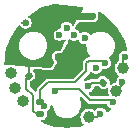
<source format=gbr>
%TF.GenerationSoftware,KiCad,Pcbnew,8.0.5-8.0.5-0~ubuntu24.04.1*%
%TF.CreationDate,2024-09-15T15:23:13-06:00*%
%TF.ProjectId,DRV8311 on motor driver,44525638-3331-4312-906f-6e206d6f746f,rev?*%
%TF.SameCoordinates,Original*%
%TF.FileFunction,Copper,L4,Bot*%
%TF.FilePolarity,Positive*%
%FSLAX46Y46*%
G04 Gerber Fmt 4.6, Leading zero omitted, Abs format (unit mm)*
G04 Created by KiCad (PCBNEW 8.0.5-8.0.5-0~ubuntu24.04.1) date 2024-09-15 15:23:13*
%MOMM*%
%LPD*%
G01*
G04 APERTURE LIST*
G04 Aperture macros list*
%AMRoundRect*
0 Rectangle with rounded corners*
0 $1 Rounding radius*
0 $2 $3 $4 $5 $6 $7 $8 $9 X,Y pos of 4 corners*
0 Add a 4 corners polygon primitive as box body*
4,1,4,$2,$3,$4,$5,$6,$7,$8,$9,$2,$3,0*
0 Add four circle primitives for the rounded corners*
1,1,$1+$1,$2,$3*
1,1,$1+$1,$4,$5*
1,1,$1+$1,$6,$7*
1,1,$1+$1,$8,$9*
0 Add four rect primitives between the rounded corners*
20,1,$1+$1,$2,$3,$4,$5,0*
20,1,$1+$1,$4,$5,$6,$7,0*
20,1,$1+$1,$6,$7,$8,$9,0*
20,1,$1+$1,$8,$9,$2,$3,0*%
G04 Aperture macros list end*
%TA.AperFunction,ComponentPad*%
%ADD10O,1.000000X1.000000*%
%TD*%
%TA.AperFunction,ComponentPad*%
%ADD11C,0.600000*%
%TD*%
%TA.AperFunction,SMDPad,CuDef*%
%ADD12RoundRect,0.135000X-0.185000X0.135000X-0.185000X-0.135000X0.185000X-0.135000X0.185000X0.135000X0*%
%TD*%
%TA.AperFunction,SMDPad,CuDef*%
%ADD13RoundRect,0.140000X-0.077224X0.206244X-0.217224X-0.036244X0.077224X-0.206244X0.217224X0.036244X0*%
%TD*%
%TA.AperFunction,SMDPad,CuDef*%
%ADD14C,1.000000*%
%TD*%
%TA.AperFunction,SMDPad,CuDef*%
%ADD15RoundRect,0.140000X-0.170000X0.140000X-0.170000X-0.140000X0.170000X-0.140000X0.170000X0.140000X0*%
%TD*%
%TA.AperFunction,SMDPad,CuDef*%
%ADD16RoundRect,0.140000X-0.217224X0.036244X-0.077224X-0.206244X0.217224X-0.036244X0.077224X0.206244X0*%
%TD*%
%TA.AperFunction,SMDPad,CuDef*%
%ADD17C,2.000000*%
%TD*%
%TA.AperFunction,ViaPad*%
%ADD18C,0.600000*%
%TD*%
%TA.AperFunction,Conductor*%
%ADD19C,0.200000*%
%TD*%
%TA.AperFunction,Conductor*%
%ADD20C,0.600000*%
%TD*%
G04 APERTURE END LIST*
D10*
%TO.P,J3,1,Pin_1*%
%TO.N,Net-(J3-Pin_1)*%
X167600000Y-103450000D03*
%TD*%
D11*
%TO.P,U1,25,PowerPAD*%
%TO.N,GND*%
X171950001Y-99719998D03*
X170549999Y-99719998D03*
X171250000Y-100445399D03*
X171950001Y-101120000D03*
X170549999Y-101120000D03*
%TD*%
D10*
%TO.P,J1,1,Pin_1*%
%TO.N,Net-(J1-Pin_1)*%
X166900000Y-102350000D03*
%TD*%
%TO.P,J2,1,Pin_1*%
%TO.N,Net-(J2-Pin_1)*%
X166600000Y-101100000D03*
%TD*%
D12*
%TO.P,R1,1*%
%TO.N,Net-(U1-SLEEP_N)*%
X169050000Y-103590001D03*
%TO.P,R1,2*%
%TO.N,VDD*%
X169050000Y-104609999D03*
%TD*%
D13*
%TO.P,C7,1*%
%TO.N,GND*%
X174840000Y-101084308D03*
%TO.P,C7,2*%
%TO.N,+3.3V*%
X174360000Y-101915692D03*
%TD*%
D14*
%TO.P,TP3,1,1*%
%TO.N,Net-(U1-SOA)*%
X173150000Y-104850000D03*
%TD*%
D15*
%TO.P,C5,1*%
%TO.N,VDD*%
X173400000Y-96270000D03*
%TO.P,C5,2*%
%TO.N,GND*%
X173400000Y-97230000D03*
%TD*%
D16*
%TO.P,C6,1*%
%TO.N,VDD*%
X168060000Y-101334308D03*
%TO.P,C6,2*%
%TO.N,GND*%
X168540000Y-102165692D03*
%TD*%
D17*
%TO.P,TP1,1,1*%
%TO.N,VDD*%
X169800000Y-96450000D03*
%TD*%
D15*
%TO.P,C4,1*%
%TO.N,VDD*%
X172450000Y-96270000D03*
%TO.P,C4,2*%
%TO.N,GND*%
X172450000Y-97230000D03*
%TD*%
D14*
%TO.P,TP6,1,1*%
%TO.N,Net-(U1-SOC)*%
X176050000Y-100700000D03*
%TD*%
%TO.P,TP4,1,1*%
%TO.N,Net-(U1-SOB)*%
X175500000Y-102650000D03*
%TD*%
D18*
%TO.N,+3.3V*%
X172799751Y-98147108D03*
X173116373Y-102216373D03*
X173769874Y-100675546D03*
%TO.N,GND*%
X167804580Y-96860461D03*
X175850000Y-98850000D03*
X175650000Y-98050000D03*
X174600000Y-96700000D03*
X169705640Y-105174954D03*
X174050000Y-97300000D03*
X173908365Y-102555608D03*
X175050000Y-97400000D03*
%TO.N,VDD*%
X170000000Y-96050000D03*
X169475248Y-96675624D03*
X166650000Y-98850000D03*
X167400000Y-99900000D03*
X166600000Y-99850000D03*
X171319090Y-95950000D03*
%TO.N,Net-(U1-SLEEP_N)*%
X174543328Y-100249977D03*
X169400000Y-103860612D03*
%TO.N,Net-(U1-SOA)*%
X170673748Y-97893002D03*
X174140084Y-104551384D03*
%TO.N,Net-(U1-SOB)*%
X171268000Y-97258800D03*
X175996140Y-101831754D03*
%TO.N,Net-(U1-SOC)*%
X171879907Y-97871564D03*
X176247018Y-99719598D03*
%TO.N,Net-(U1-INHB)*%
X170327877Y-102597695D03*
X175172494Y-103594849D03*
%TD*%
D19*
%TO.N,+3.3V*%
X173116373Y-102216373D02*
X173417054Y-101915692D01*
X173417054Y-101915692D02*
X174360000Y-101915692D01*
%TO.N,GND*%
X175850000Y-98850000D02*
X175850000Y-98946075D01*
X175850000Y-98946075D02*
X175143328Y-99652747D01*
X175143328Y-99652747D02*
X175143328Y-100780980D01*
D20*
X173980000Y-97230000D02*
X174050000Y-97300000D01*
D19*
X169585692Y-101120000D02*
X170549999Y-101120000D01*
X175143328Y-100780980D02*
X174840000Y-101084308D01*
D20*
X172450000Y-97230000D02*
X173980000Y-97230000D01*
D19*
X168540000Y-102165692D02*
X169585692Y-101120000D01*
%TO.N,VDD*%
X168730001Y-104609999D02*
X168430000Y-104309998D01*
X168060000Y-100560000D02*
X168060000Y-101334308D01*
X167400000Y-99900000D02*
X168060000Y-100560000D01*
X168430000Y-104309998D02*
X168430000Y-102980000D01*
X170100000Y-95950000D02*
X169800000Y-96250000D01*
X169800000Y-96250000D02*
X169800000Y-96450000D01*
X167881254Y-102431254D02*
X167881254Y-101513054D01*
X168430000Y-102980000D02*
X167881254Y-102431254D01*
X170000000Y-96650000D02*
X170200000Y-96650000D01*
X169800000Y-96450000D02*
X170000000Y-96650000D01*
X167881254Y-101513054D02*
X168060000Y-101334308D01*
X169050000Y-104609999D02*
X168730001Y-104609999D01*
D20*
X169980000Y-96270000D02*
X169800000Y-96450000D01*
X173400000Y-96270000D02*
X169980000Y-96270000D01*
D19*
%TO.N,Net-(U1-SLEEP_N)*%
X169700000Y-101900000D02*
X172018530Y-101900000D01*
X169400000Y-103860612D02*
X169320611Y-103860612D01*
X174397460Y-100104109D02*
X174150000Y-100104109D01*
X174150000Y-100104109D02*
X174041461Y-100098604D01*
X172018530Y-101900000D02*
X172950000Y-100968530D01*
X169320611Y-103860612D02*
X169050000Y-103590001D01*
X169050000Y-103590001D02*
X169050000Y-102550000D01*
X173183837Y-100066163D02*
X173844033Y-100066163D01*
X172950000Y-100968530D02*
X172950000Y-100300000D01*
X173951758Y-100094055D02*
X174150000Y-100104109D01*
X169050000Y-102550000D02*
X169700000Y-101900000D01*
X174543328Y-100249977D02*
X174397460Y-100104109D01*
X172950000Y-100300000D02*
X173183837Y-100066163D01*
X173844033Y-100066163D02*
X173951758Y-100094055D01*
%TO.N,Net-(U1-SOA)*%
X174140084Y-104551384D02*
X173841468Y-104850000D01*
X174140084Y-104551384D02*
X174140084Y-104509916D01*
X173841468Y-104850000D02*
X173150000Y-104850000D01*
X174140084Y-104509916D02*
X174150000Y-104500000D01*
%TO.N,Net-(U1-SOB)*%
X175996140Y-102153860D02*
X175500000Y-102650000D01*
X175996140Y-101831754D02*
X175996140Y-102153860D01*
%TO.N,Net-(U1-SOC)*%
X176050000Y-99916616D02*
X176050000Y-100700000D01*
X176247018Y-99719598D02*
X176050000Y-99916616D01*
%TO.N,Net-(U1-INHB)*%
X174977645Y-103400000D02*
X175172494Y-103594849D01*
X173250000Y-103400000D02*
X174977645Y-103400000D01*
X172292528Y-102442528D02*
X173250000Y-103400000D01*
X170483044Y-102442528D02*
X172292528Y-102442528D01*
X170327877Y-102597695D02*
X170483044Y-102442528D01*
%TD*%
%TA.AperFunction,Conductor*%
%TO.N,GND*%
G36*
X172550915Y-103146814D02*
G01*
X172576386Y-103165500D01*
X173059349Y-103648462D01*
X173130147Y-103689338D01*
X173130148Y-103689338D01*
X173130151Y-103689340D01*
X173164970Y-103698669D01*
X173209117Y-103710499D01*
X173209122Y-103710500D01*
X173290879Y-103710500D01*
X174597256Y-103710500D01*
X174658386Y-103730362D01*
X174691857Y-103771296D01*
X174738617Y-103873685D01*
X174834750Y-103984627D01*
X174958244Y-104063992D01*
X174958247Y-104063993D01*
X174961755Y-104065595D01*
X174964130Y-104067775D01*
X174964502Y-104068014D01*
X174964460Y-104068078D01*
X175009111Y-104109056D01*
X175021876Y-104172051D01*
X174995177Y-104230519D01*
X174988815Y-104236875D01*
X174790313Y-104418769D01*
X174731825Y-104445423D01*
X174668840Y-104432609D01*
X174625451Y-104385296D01*
X174573961Y-104272548D01*
X174477828Y-104161606D01*
X174354334Y-104082241D01*
X174354333Y-104082240D01*
X174354332Y-104082240D01*
X174213488Y-104040885D01*
X174213485Y-104040884D01*
X174213483Y-104040884D01*
X174066685Y-104040884D01*
X174066683Y-104040884D01*
X174066679Y-104040885D01*
X173925835Y-104082240D01*
X173802340Y-104161605D01*
X173715753Y-104261530D01*
X173660710Y-104294721D01*
X173596671Y-104289219D01*
X173568190Y-104271267D01*
X173565765Y-104269119D01*
X173556574Y-104260976D01*
X173556572Y-104260975D01*
X173556567Y-104260971D01*
X173403801Y-104180793D01*
X173403797Y-104180792D01*
X173236270Y-104139500D01*
X173063730Y-104139500D01*
X172896203Y-104180792D01*
X172896199Y-104180793D01*
X172896198Y-104180793D01*
X172743432Y-104260971D01*
X172743423Y-104260977D01*
X172614280Y-104375388D01*
X172614273Y-104375395D01*
X172528256Y-104500014D01*
X172516263Y-104517389D01*
X172455079Y-104678717D01*
X172434282Y-104850000D01*
X172455079Y-105021283D01*
X172516263Y-105182611D01*
X172537093Y-105212788D01*
X172614273Y-105324604D01*
X172614275Y-105324606D01*
X172614277Y-105324609D01*
X172614279Y-105324611D01*
X172614283Y-105324615D01*
X172681329Y-105384012D01*
X172713915Y-105439415D01*
X172707712Y-105503390D01*
X172665089Y-105551502D01*
X172634875Y-105563392D01*
X172224154Y-105654447D01*
X172215219Y-105656022D01*
X171765864Y-105715180D01*
X171756825Y-105715971D01*
X171304014Y-105735741D01*
X171294942Y-105735741D01*
X170842130Y-105715971D01*
X170833091Y-105715180D01*
X170383736Y-105656022D01*
X170374801Y-105654447D01*
X169932299Y-105556346D01*
X169923536Y-105553998D01*
X169491264Y-105417703D01*
X169482738Y-105414599D01*
X169183334Y-105290582D01*
X169134458Y-105248839D01*
X169119454Y-105186339D01*
X169144051Y-105126956D01*
X169198855Y-105093373D01*
X169223133Y-105090499D01*
X169275483Y-105090499D01*
X169275486Y-105090499D01*
X169275490Y-105090498D01*
X169275496Y-105090498D01*
X169311022Y-105085820D01*
X169325801Y-105083875D01*
X169436228Y-105032382D01*
X169522383Y-104946227D01*
X169573876Y-104835800D01*
X169580500Y-104785485D01*
X169580500Y-104434513D01*
X169579027Y-104423328D01*
X169590738Y-104360131D01*
X169625908Y-104322262D01*
X169737744Y-104250390D01*
X169833877Y-104139448D01*
X169894859Y-104005916D01*
X169905316Y-103933183D01*
X169933675Y-103875505D01*
X169990522Y-103845509D01*
X170054143Y-103854656D01*
X170100238Y-103899452D01*
X170111813Y-103938390D01*
X170114884Y-103971533D01*
X170175769Y-104185523D01*
X170175770Y-104185525D01*
X170175771Y-104185528D01*
X170184399Y-104202855D01*
X170274938Y-104384682D01*
X170274942Y-104384689D01*
X170399401Y-104549500D01*
X170409021Y-104562238D01*
X170409023Y-104562241D01*
X170487762Y-104634020D01*
X170573438Y-104712124D01*
X170762599Y-104829247D01*
X170970060Y-104909618D01*
X171188749Y-104950499D01*
X171188755Y-104950499D01*
X171188757Y-104950500D01*
X171188758Y-104950500D01*
X171411242Y-104950500D01*
X171411243Y-104950500D01*
X171411245Y-104950499D01*
X171411250Y-104950499D01*
X171547431Y-104925041D01*
X171629940Y-104909618D01*
X171837401Y-104829247D01*
X172026562Y-104712124D01*
X172166944Y-104584149D01*
X172190976Y-104562241D01*
X172190976Y-104562239D01*
X172190981Y-104562236D01*
X172325058Y-104384689D01*
X172424229Y-104185528D01*
X172485115Y-103971536D01*
X172505643Y-103750000D01*
X172503823Y-103730362D01*
X172485115Y-103528466D01*
X172485115Y-103528464D01*
X172424229Y-103314472D01*
X172409750Y-103285396D01*
X172400282Y-103221823D01*
X172429989Y-103164825D01*
X172487526Y-103136174D01*
X172550915Y-103146814D01*
G37*
%TD.AperFunction*%
%TA.AperFunction,Conductor*%
G36*
X173940935Y-102240124D02*
G01*
X174290778Y-102442107D01*
X174354747Y-102467577D01*
X174448105Y-102474019D01*
X174471444Y-102475630D01*
X174471444Y-102475629D01*
X174471445Y-102475630D01*
X174584436Y-102445354D01*
X174640388Y-102407688D01*
X174702188Y-102390029D01*
X174762567Y-102412067D01*
X174798461Y-102465387D01*
X174801705Y-102506496D01*
X174784282Y-102650000D01*
X174805079Y-102821283D01*
X174853373Y-102948623D01*
X174856478Y-103012821D01*
X174821254Y-103066586D01*
X174761156Y-103089379D01*
X174756131Y-103089500D01*
X173421691Y-103089500D01*
X173360561Y-103069638D01*
X173348152Y-103059039D01*
X173179375Y-102890262D01*
X173150194Y-102832992D01*
X173160249Y-102769508D01*
X173205699Y-102724058D01*
X173223605Y-102716938D01*
X173330623Y-102685516D01*
X173454117Y-102606151D01*
X173550250Y-102495209D01*
X173611232Y-102361677D01*
X173617886Y-102315390D01*
X173646246Y-102257711D01*
X173703093Y-102227715D01*
X173720828Y-102226192D01*
X173888936Y-102226192D01*
X173940935Y-102240124D01*
G37*
%TD.AperFunction*%
%TA.AperFunction,Conductor*%
G36*
X171568124Y-98278026D02*
G01*
X171665657Y-98340707D01*
X171806508Y-98382064D01*
X171806511Y-98382064D01*
X171953303Y-98382064D01*
X171953306Y-98382064D01*
X172094157Y-98340707D01*
X172173158Y-98289935D01*
X172235320Y-98273596D01*
X172295217Y-98296915D01*
X172323985Y-98334221D01*
X172365874Y-98425944D01*
X172462007Y-98536886D01*
X172585501Y-98616251D01*
X172726352Y-98657608D01*
X172726355Y-98657608D01*
X172843469Y-98657608D01*
X172904599Y-98677470D01*
X172942379Y-98729470D01*
X172947025Y-98771204D01*
X172944357Y-98799996D01*
X172944357Y-98800003D01*
X172964884Y-99021533D01*
X173025769Y-99235523D01*
X173025770Y-99235525D01*
X173025771Y-99235528D01*
X173057118Y-99298480D01*
X173124938Y-99434682D01*
X173124942Y-99434689D01*
X173233112Y-99577930D01*
X173241464Y-99588989D01*
X173262452Y-99649741D01*
X173243723Y-99711228D01*
X173192430Y-99749962D01*
X173158470Y-99755663D01*
X173142954Y-99755663D01*
X173063990Y-99776822D01*
X173063985Y-99776824D01*
X172993184Y-99817702D01*
X172993185Y-99817702D01*
X172701540Y-100109345D01*
X172701538Y-100109347D01*
X172701538Y-100109348D01*
X172688581Y-100131789D01*
X172660660Y-100180150D01*
X172660658Y-100180156D01*
X172645037Y-100238457D01*
X172639500Y-100259118D01*
X172639500Y-100796838D01*
X172619638Y-100857968D01*
X172609039Y-100870377D01*
X171920377Y-101559039D01*
X171863107Y-101588220D01*
X171846838Y-101589500D01*
X169659117Y-101589500D01*
X169580152Y-101610659D01*
X169580147Y-101610661D01*
X169509349Y-101651537D01*
X168801540Y-102359345D01*
X168801538Y-102359347D01*
X168801538Y-102359348D01*
X168800193Y-102361678D01*
X168760660Y-102430150D01*
X168760658Y-102430156D01*
X168746391Y-102483404D01*
X168739500Y-102509118D01*
X168739500Y-102599308D01*
X168719638Y-102660438D01*
X168667638Y-102698218D01*
X168603362Y-102698218D01*
X168561961Y-102672847D01*
X168222215Y-102333101D01*
X168193034Y-102275831D01*
X168191754Y-102259562D01*
X168191754Y-101884664D01*
X168211616Y-101823534D01*
X168243751Y-101794599D01*
X168481278Y-101657463D01*
X168535320Y-101614800D01*
X168600643Y-101517763D01*
X168630919Y-101404772D01*
X168622866Y-101288074D01*
X168597396Y-101224106D01*
X168440221Y-100951871D01*
X168426859Y-100889002D01*
X168453002Y-100830283D01*
X168508666Y-100798146D01*
X168535230Y-100795991D01*
X169911411Y-100861525D01*
X169970956Y-100856055D01*
X170037295Y-100840467D01*
X170067104Y-100831137D01*
X170141798Y-100781632D01*
X170190739Y-100731768D01*
X170214061Y-100700000D01*
X170227027Y-100682338D01*
X170227028Y-100682335D01*
X170227037Y-100682324D01*
X170414399Y-100331445D01*
X170417454Y-100325505D01*
X170420866Y-100318609D01*
X170441021Y-100253713D01*
X170450965Y-100184555D01*
X170453149Y-100151833D01*
X170433685Y-100064362D01*
X170404660Y-100000806D01*
X170404660Y-100000805D01*
X170404659Y-100000804D01*
X170371500Y-99949208D01*
X170317568Y-99886968D01*
X170301567Y-99862071D01*
X170279940Y-99814715D01*
X170271602Y-99786317D01*
X170264195Y-99734792D01*
X170264195Y-99705199D01*
X170271602Y-99653676D01*
X170279939Y-99625280D01*
X170301566Y-99577925D01*
X170317561Y-99553036D01*
X170351659Y-99513685D01*
X170374021Y-99494309D01*
X170417812Y-99466166D01*
X170444734Y-99453871D01*
X170477919Y-99444129D01*
X170494673Y-99439210D01*
X170523970Y-99434998D01*
X170579967Y-99434998D01*
X170603644Y-99437729D01*
X170610565Y-99439347D01*
X170610569Y-99439347D01*
X170610575Y-99439349D01*
X170622846Y-99441503D01*
X170637807Y-99444130D01*
X170722842Y-99442016D01*
X170790974Y-99426528D01*
X170822311Y-99416845D01*
X170897005Y-99367339D01*
X170945946Y-99317474D01*
X170982242Y-99268032D01*
X171371297Y-98539438D01*
X171385988Y-98505032D01*
X171399344Y-98464271D01*
X171401897Y-98455910D01*
X171403897Y-98425943D01*
X171408226Y-98361061D01*
X171410321Y-98361200D01*
X171425497Y-98307636D01*
X171476021Y-98267904D01*
X171540249Y-98265456D01*
X171568124Y-98278026D01*
G37*
%TD.AperFunction*%
%TA.AperFunction,Conductor*%
G36*
X174068975Y-95923226D02*
G01*
X174335316Y-96092904D01*
X174342748Y-96098108D01*
X174702324Y-96374019D01*
X174709272Y-96379848D01*
X174975490Y-96623793D01*
X175043442Y-96686060D01*
X175049856Y-96692474D01*
X175324866Y-96992594D01*
X175356066Y-97026642D01*
X175361898Y-97033593D01*
X175637809Y-97393169D01*
X175643013Y-97400601D01*
X175886541Y-97782862D01*
X175891077Y-97790719D01*
X176100361Y-98192751D01*
X176104195Y-98200974D01*
X176277637Y-98619700D01*
X176280741Y-98628226D01*
X176417036Y-99060498D01*
X176419383Y-99069258D01*
X176422338Y-99082585D01*
X176416180Y-99146565D01*
X176373591Y-99194706D01*
X176320804Y-99209098D01*
X176320417Y-99209098D01*
X176173619Y-99209098D01*
X176173617Y-99209098D01*
X176173613Y-99209099D01*
X176032769Y-99250454D01*
X175909275Y-99329819D01*
X175813140Y-99440763D01*
X175752159Y-99574292D01*
X175752157Y-99574299D01*
X175731268Y-99719594D01*
X175731268Y-99719596D01*
X175731268Y-99719598D01*
X175733452Y-99734788D01*
X175745716Y-99820096D01*
X175743232Y-99861805D01*
X175739523Y-99875651D01*
X175739500Y-99875733D01*
X175739500Y-99997681D01*
X175719638Y-100058811D01*
X175683833Y-100089768D01*
X175643426Y-100110975D01*
X175643423Y-100110977D01*
X175514280Y-100225388D01*
X175514273Y-100225395D01*
X175449933Y-100318609D01*
X175416263Y-100367389D01*
X175355079Y-100528717D01*
X175334282Y-100700000D01*
X175355079Y-100871283D01*
X175416263Y-101032611D01*
X175438844Y-101065325D01*
X175514273Y-101174604D01*
X175514274Y-101174605D01*
X175514277Y-101174609D01*
X175577546Y-101230660D01*
X175648135Y-101293196D01*
X175646492Y-101295049D01*
X175679200Y-101337849D01*
X175680756Y-101402105D01*
X175659695Y-101440477D01*
X175562262Y-101552919D01*
X175501281Y-101686448D01*
X175501279Y-101686455D01*
X175480390Y-101831750D01*
X175480390Y-101839192D01*
X175477505Y-101839192D01*
X175468701Y-101890048D01*
X175422605Y-101934841D01*
X175401613Y-101942486D01*
X175246203Y-101980792D01*
X175246199Y-101980793D01*
X175246198Y-101980793D01*
X175093432Y-102060971D01*
X175088250Y-102064549D01*
X175087480Y-102063433D01*
X175034786Y-102086382D01*
X174972026Y-102072505D01*
X174929408Y-102024390D01*
X174924150Y-101970109D01*
X174922310Y-101969983D01*
X174930919Y-101845228D01*
X174900643Y-101732236D01*
X174835322Y-101635202D01*
X174835321Y-101635201D01*
X174835320Y-101635200D01*
X174781278Y-101592537D01*
X174429222Y-101389277D01*
X174429219Y-101389275D01*
X174429216Y-101389274D01*
X174365254Y-101363807D01*
X174365248Y-101363806D01*
X174248555Y-101355753D01*
X174135563Y-101386029D01*
X174038529Y-101451350D01*
X174038527Y-101451352D01*
X174038527Y-101451353D01*
X173995864Y-101505394D01*
X173995862Y-101505396D01*
X173995859Y-101505401D01*
X173995858Y-101505402D01*
X173968267Y-101553192D01*
X173920501Y-101596201D01*
X173878201Y-101605192D01*
X173376170Y-101605192D01*
X173297206Y-101626351D01*
X173297201Y-101626353D01*
X173226400Y-101667231D01*
X173218220Y-101675412D01*
X173160950Y-101704593D01*
X173144681Y-101705873D01*
X173042974Y-101705873D01*
X173042972Y-101705873D01*
X173042968Y-101705874D01*
X172902123Y-101747229D01*
X172899561Y-101748876D01*
X172897103Y-101749521D01*
X172895358Y-101750319D01*
X172895220Y-101750016D01*
X172837397Y-101765214D01*
X172777501Y-101741893D01*
X172742753Y-101687820D01*
X172746424Y-101623649D01*
X172769798Y-101587845D01*
X172982129Y-101375514D01*
X173198462Y-101159181D01*
X173239340Y-101088379D01*
X173239341Y-101088373D01*
X173241947Y-101082084D01*
X173243639Y-101082784D01*
X173273873Y-101036220D01*
X173333878Y-101013181D01*
X173395965Y-101029812D01*
X173417923Y-101048929D01*
X173432130Y-101065324D01*
X173432131Y-101065325D01*
X173458209Y-101082084D01*
X173555624Y-101144689D01*
X173696475Y-101186046D01*
X173696478Y-101186046D01*
X173843270Y-101186046D01*
X173843273Y-101186046D01*
X173984124Y-101144689D01*
X174107618Y-101065324D01*
X174203751Y-100954382D01*
X174264733Y-100820850D01*
X174264733Y-100820845D01*
X174266828Y-100813714D01*
X174268994Y-100814350D01*
X174292651Y-100766234D01*
X174349497Y-100736238D01*
X174396534Y-100738927D01*
X174443013Y-100752573D01*
X174469929Y-100760477D01*
X174469932Y-100760477D01*
X174616724Y-100760477D01*
X174616727Y-100760477D01*
X174757578Y-100719120D01*
X174881072Y-100639755D01*
X174977205Y-100528813D01*
X175038187Y-100395281D01*
X175042197Y-100367389D01*
X175059078Y-100249980D01*
X175059078Y-100249973D01*
X175038188Y-100104678D01*
X175038186Y-100104671D01*
X175017243Y-100058811D01*
X174977205Y-99971141D01*
X174977204Y-99971140D01*
X174977204Y-99971139D01*
X174898014Y-99879751D01*
X174872993Y-99820546D01*
X174887550Y-99757941D01*
X174906543Y-99734792D01*
X175040981Y-99612236D01*
X175175058Y-99434689D01*
X175274229Y-99235528D01*
X175335115Y-99021536D01*
X175355643Y-98800000D01*
X175335115Y-98578464D01*
X175274229Y-98364472D01*
X175175058Y-98165311D01*
X175040981Y-97987764D01*
X175040978Y-97987761D01*
X175040976Y-97987758D01*
X174876564Y-97837878D01*
X174876562Y-97837876D01*
X174687401Y-97720753D01*
X174687399Y-97720752D01*
X174479939Y-97640381D01*
X174261250Y-97599500D01*
X174261243Y-97599500D01*
X174038757Y-97599500D01*
X174038749Y-97599500D01*
X173820060Y-97640381D01*
X173612600Y-97720752D01*
X173423438Y-97837875D01*
X173381497Y-97876109D01*
X173322940Y-97902613D01*
X173259988Y-97889635D01*
X173232837Y-97867357D01*
X173137496Y-97757330D01*
X173051970Y-97702366D01*
X173014001Y-97677965D01*
X173014000Y-97677964D01*
X173013999Y-97677964D01*
X172873155Y-97636609D01*
X172873152Y-97636608D01*
X172873150Y-97636608D01*
X172726352Y-97636608D01*
X172726350Y-97636608D01*
X172726346Y-97636609D01*
X172585502Y-97677963D01*
X172506499Y-97728736D01*
X172444335Y-97745075D01*
X172384439Y-97721755D01*
X172355671Y-97684448D01*
X172352710Y-97677964D01*
X172313784Y-97592728D01*
X172217651Y-97481786D01*
X172162821Y-97446549D01*
X172094156Y-97402420D01*
X172086203Y-97400085D01*
X172033145Y-97363804D01*
X172011546Y-97303267D01*
X172029656Y-97241595D01*
X172041283Y-97227447D01*
X172086666Y-97181211D01*
X172122965Y-97131769D01*
X172126779Y-97124627D01*
X172136240Y-97104467D01*
X172141596Y-97091328D01*
X172143640Y-97086647D01*
X172143873Y-97086149D01*
X172168379Y-97033593D01*
X172174642Y-97020162D01*
X172185348Y-97002183D01*
X172200230Y-96982109D01*
X172217202Y-96955288D01*
X172281160Y-96835513D01*
X172327475Y-96790945D01*
X172372900Y-96780500D01*
X173467205Y-96780500D01*
X173467209Y-96780500D01*
X173503390Y-96770805D01*
X173528624Y-96764044D01*
X173555541Y-96760500D01*
X173603260Y-96760500D01*
X173619048Y-96758199D01*
X173671389Y-96750574D01*
X173671390Y-96750573D01*
X173671393Y-96750573D01*
X173776483Y-96699198D01*
X173859198Y-96616483D01*
X173910573Y-96511393D01*
X173920500Y-96443260D01*
X173920500Y-96096740D01*
X173910573Y-96028607D01*
X173910572Y-96028604D01*
X173910183Y-96025935D01*
X173921023Y-95962580D01*
X173967032Y-95917697D01*
X174030636Y-95908429D01*
X174068975Y-95923226D01*
G37*
%TD.AperFunction*%
%TA.AperFunction,Conductor*%
G36*
X167849188Y-96514426D02*
G01*
X167876575Y-96536839D01*
X167917111Y-96583621D01*
X167917113Y-96583624D01*
X167963467Y-96623790D01*
X167963469Y-96623791D01*
X167963471Y-96623793D01*
X167980552Y-96634770D01*
X168002921Y-96654153D01*
X168037014Y-96693498D01*
X168053015Y-96718396D01*
X168074634Y-96765735D01*
X168082973Y-96794137D01*
X168090381Y-96845659D01*
X168090381Y-96875261D01*
X168082973Y-96926783D01*
X168074634Y-96955185D01*
X168053015Y-97002524D01*
X168037011Y-97027425D01*
X168031668Y-97033593D01*
X168002924Y-97066765D01*
X167980553Y-97086149D01*
X167936770Y-97114287D01*
X167909844Y-97126584D01*
X167871817Y-97137750D01*
X167859903Y-97141248D01*
X167830604Y-97145461D01*
X167778554Y-97145461D01*
X167749254Y-97141248D01*
X167699314Y-97126584D01*
X167672390Y-97114288D01*
X167628604Y-97086148D01*
X167606233Y-97066763D01*
X167574367Y-97029987D01*
X167552752Y-97005042D01*
X167546825Y-96997529D01*
X167543289Y-96992594D01*
X167527693Y-96973004D01*
X167527691Y-96973002D01*
X167527690Y-96973001D01*
X167477454Y-96930252D01*
X167443771Y-96875509D01*
X167448698Y-96811423D01*
X167468176Y-96780787D01*
X167549098Y-96692476D01*
X167555500Y-96686072D01*
X167727715Y-96528265D01*
X167786203Y-96501612D01*
X167849188Y-96514426D01*
G37*
%TD.AperFunction*%
%TD*%
%TA.AperFunction,Conductor*%
%TO.N,VDD*%
G36*
X172564258Y-95482685D02*
G01*
X172629179Y-95508506D01*
X172669836Y-95565329D01*
X172673317Y-95635112D01*
X172662129Y-95664557D01*
X172027106Y-96853780D01*
X172005411Y-96883048D01*
X171996774Y-96891685D01*
X171945012Y-97002690D01*
X171936686Y-97023113D01*
X171932872Y-97030255D01*
X171883929Y-97080118D01*
X171815797Y-97095604D01*
X171750108Y-97071797D01*
X171710698Y-97023356D01*
X171693377Y-96985427D01*
X171599128Y-96876657D01*
X171478053Y-96798847D01*
X171478051Y-96798846D01*
X171478049Y-96798845D01*
X171478050Y-96798845D01*
X171339963Y-96758300D01*
X171339961Y-96758300D01*
X171196039Y-96758300D01*
X171196036Y-96758300D01*
X171057949Y-96798845D01*
X170936873Y-96876656D01*
X170842623Y-96985426D01*
X170842622Y-96985428D01*
X170782834Y-97116343D01*
X170762353Y-97258800D01*
X170762353Y-97267669D01*
X170758788Y-97267669D01*
X170751281Y-97319983D01*
X170705541Y-97372799D01*
X170638507Y-97392502D01*
X170601784Y-97392502D01*
X170463697Y-97433047D01*
X170342621Y-97510858D01*
X170248371Y-97619628D01*
X170248370Y-97619630D01*
X170188582Y-97750545D01*
X170168101Y-97893002D01*
X170188582Y-98035458D01*
X170208776Y-98079675D01*
X170248371Y-98166375D01*
X170342620Y-98275145D01*
X170463695Y-98352955D01*
X170463698Y-98352956D01*
X170463697Y-98352956D01*
X170601784Y-98393501D01*
X170601786Y-98393502D01*
X170601787Y-98393502D01*
X170745710Y-98393502D01*
X170745710Y-98393501D01*
X170883798Y-98352956D01*
X170883799Y-98352956D01*
X170922616Y-98328010D01*
X171004779Y-98275206D01*
X171071819Y-98255522D01*
X171138858Y-98275206D01*
X171184613Y-98328010D01*
X171194557Y-98397169D01*
X171181201Y-98437930D01*
X170792146Y-99166524D01*
X170743205Y-99216389D01*
X170675073Y-99231877D01*
X170647831Y-99227094D01*
X170621960Y-99219498D01*
X170478038Y-99219498D01*
X170478035Y-99219498D01*
X170339948Y-99260043D01*
X170218872Y-99337854D01*
X170124622Y-99446624D01*
X170124621Y-99446626D01*
X170064833Y-99577541D01*
X170044352Y-99719998D01*
X170064833Y-99862454D01*
X170124621Y-99993369D01*
X170124624Y-99993375D01*
X170208634Y-100090328D01*
X170237659Y-100153884D01*
X170227715Y-100223042D01*
X170224303Y-100229938D01*
X170036941Y-100580817D01*
X169988000Y-100630681D01*
X169921661Y-100646269D01*
X167002952Y-100507282D01*
X166951225Y-100493219D01*
X166850223Y-100440209D01*
X166685056Y-100399500D01*
X166514944Y-100399500D01*
X166349775Y-100440210D01*
X166316790Y-100457521D01*
X166253269Y-100471583D01*
X166122343Y-100465348D01*
X166056315Y-100442496D01*
X166013124Y-100387576D01*
X166004359Y-100336082D01*
X166019908Y-99979941D01*
X166020848Y-99969210D01*
X166079782Y-99521553D01*
X166081656Y-99510923D01*
X166179386Y-99070094D01*
X166182177Y-99059679D01*
X166264054Y-98799999D01*
X167244357Y-98799999D01*
X167244357Y-98800000D01*
X167264884Y-99021535D01*
X167264885Y-99021537D01*
X167325769Y-99235523D01*
X167325775Y-99235538D01*
X167424938Y-99434683D01*
X167424943Y-99434691D01*
X167559020Y-99612238D01*
X167723437Y-99762123D01*
X167723439Y-99762125D01*
X167912595Y-99879245D01*
X167912596Y-99879245D01*
X167912599Y-99879247D01*
X168120060Y-99959618D01*
X168338757Y-100000500D01*
X168338759Y-100000500D01*
X168561241Y-100000500D01*
X168561243Y-100000500D01*
X168779940Y-99959618D01*
X168987401Y-99879247D01*
X169176562Y-99762124D01*
X169340981Y-99612236D01*
X169475058Y-99434689D01*
X169574229Y-99235528D01*
X169635115Y-99021536D01*
X169655643Y-98800000D01*
X169635115Y-98578464D01*
X169574229Y-98364472D01*
X169568495Y-98352956D01*
X169475061Y-98165316D01*
X169475056Y-98165308D01*
X169340979Y-97987761D01*
X169176562Y-97837876D01*
X169176560Y-97837874D01*
X168987404Y-97720754D01*
X168987398Y-97720752D01*
X168779940Y-97640382D01*
X168561243Y-97599500D01*
X168338757Y-97599500D01*
X168120060Y-97640382D01*
X167988864Y-97691207D01*
X167912601Y-97720752D01*
X167912595Y-97720754D01*
X167723439Y-97837874D01*
X167723437Y-97837876D01*
X167559020Y-97987761D01*
X167424943Y-98165308D01*
X167424938Y-98165316D01*
X167325775Y-98364461D01*
X167325769Y-98364476D01*
X167264885Y-98578462D01*
X167264884Y-98578464D01*
X167244357Y-98799999D01*
X166264054Y-98799999D01*
X166317956Y-98629042D01*
X166321640Y-98618921D01*
X166494435Y-98201758D01*
X166498993Y-98191984D01*
X166707490Y-97791464D01*
X166712872Y-97782143D01*
X166955476Y-97401332D01*
X166961667Y-97392489D01*
X167172005Y-97118370D01*
X167228431Y-97077170D01*
X167298177Y-97073015D01*
X167359097Y-97107227D01*
X167374693Y-97126817D01*
X167379201Y-97133832D01*
X167379203Y-97133834D01*
X167473452Y-97242604D01*
X167594527Y-97320414D01*
X167594530Y-97320415D01*
X167594529Y-97320415D01*
X167732616Y-97360960D01*
X167732618Y-97360961D01*
X167732619Y-97360961D01*
X167876542Y-97360961D01*
X167876542Y-97360960D01*
X168014633Y-97320414D01*
X168135708Y-97242604D01*
X168229957Y-97133834D01*
X168289745Y-97002918D01*
X168310227Y-96860461D01*
X168289745Y-96718004D01*
X168229957Y-96587088D01*
X168135708Y-96478318D01*
X168079979Y-96442503D01*
X168034225Y-96389700D01*
X168024281Y-96320541D01*
X168053306Y-96256985D01*
X168071526Y-96239818D01*
X168255527Y-96098629D01*
X168264370Y-96092438D01*
X168645181Y-95849834D01*
X168654502Y-95844452D01*
X169055022Y-95635955D01*
X169064796Y-95631397D01*
X169481959Y-95458602D01*
X169492080Y-95454918D01*
X169922717Y-95319139D01*
X169933132Y-95316348D01*
X170164820Y-95264984D01*
X170203149Y-95262581D01*
X172564258Y-95482685D01*
G37*
%TD.AperFunction*%
%TD*%
M02*

</source>
